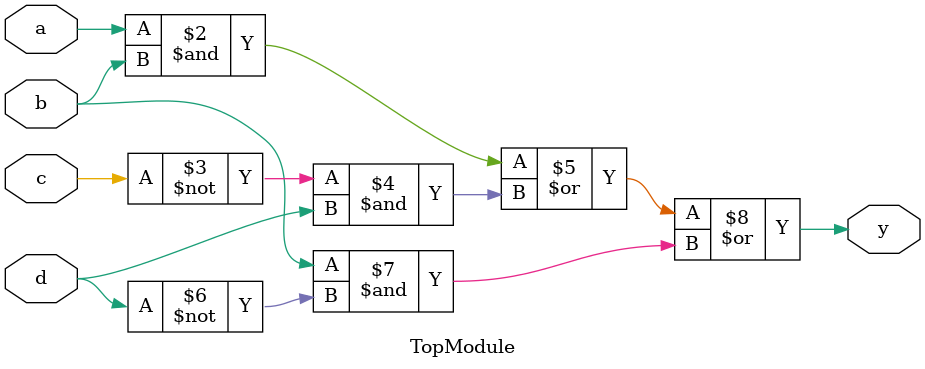
<source format=sv>
module TopModule (
    input logic a,
    input logic b,
    input logic c,
    input logic d,
    output logic y
);

    always @(*) begin
        // Implementing the logic derived from the Karnaugh map
        // Assuming the Karnaugh map results in the following simplified expression:
        // y = (a & b) | (~c & d) | (b & ~d)
        y = (a & b) | (~c & d) | (b & ~d);
    end

endmodule
</source>
